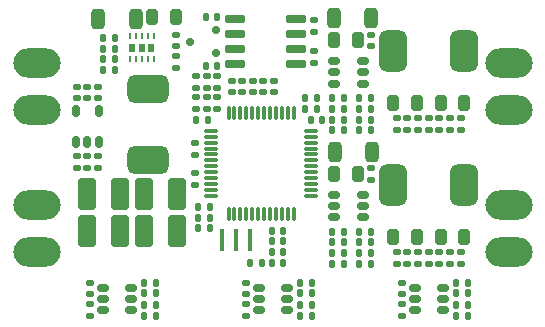
<source format=gbr>
%TF.GenerationSoftware,KiCad,Pcbnew,8.0.1*%
%TF.CreationDate,2024-04-03T15:04:07+02:00*%
%TF.ProjectId,shelfDriver_v1.0,7368656c-6644-4726-9976-65725f76312e,rev?*%
%TF.SameCoordinates,Original*%
%TF.FileFunction,Paste,Top*%
%TF.FilePolarity,Positive*%
%FSLAX46Y46*%
G04 Gerber Fmt 4.6, Leading zero omitted, Abs format (unit mm)*
G04 Created by KiCad (PCBNEW 8.0.1) date 2024-04-03 15:04:07*
%MOMM*%
%LPD*%
G01*
G04 APERTURE LIST*
G04 Aperture macros list*
%AMRoundRect*
0 Rectangle with rounded corners*
0 $1 Rounding radius*
0 $2 $3 $4 $5 $6 $7 $8 $9 X,Y pos of 4 corners*
0 Add a 4 corners polygon primitive as box body*
4,1,4,$2,$3,$4,$5,$6,$7,$8,$9,$2,$3,0*
0 Add four circle primitives for the rounded corners*
1,1,$1+$1,$2,$3*
1,1,$1+$1,$4,$5*
1,1,$1+$1,$6,$7*
1,1,$1+$1,$8,$9*
0 Add four rect primitives between the rounded corners*
20,1,$1+$1,$2,$3,$4,$5,0*
20,1,$1+$1,$4,$5,$6,$7,0*
20,1,$1+$1,$6,$7,$8,$9,0*
20,1,$1+$1,$8,$9,$2,$3,0*%
G04 Aperture macros list end*
%ADD10RoundRect,0.125000X-0.125000X-0.175000X0.125000X-0.175000X0.125000X0.175000X-0.125000X0.175000X0*%
%ADD11RoundRect,0.125000X-0.175000X0.125000X-0.175000X-0.125000X0.175000X-0.125000X0.175000X0.125000X0*%
%ADD12RoundRect,0.150000X-0.350000X-0.150000X0.350000X-0.150000X0.350000X0.150000X-0.350000X0.150000X0*%
%ADD13O,4.000000X2.500000*%
%ADD14RoundRect,0.125000X0.125000X0.175000X-0.125000X0.175000X-0.125000X-0.175000X0.125000X-0.175000X0*%
%ADD15RoundRect,0.287500X0.287500X0.562500X-0.287500X0.562500X-0.287500X-0.562500X0.287500X-0.562500X0*%
%ADD16RoundRect,0.125000X0.175000X-0.125000X0.175000X0.125000X-0.175000X0.125000X-0.175000X-0.125000X0*%
%ADD17RoundRect,0.347826X-0.452174X-1.002174X0.452174X-1.002174X0.452174X1.002174X-0.452174X1.002174X0*%
%ADD18RoundRect,0.347826X0.452174X1.002174X-0.452174X1.002174X-0.452174X-1.002174X0.452174X-1.002174X0*%
%ADD19RoundRect,0.250000X0.250000X0.425000X-0.250000X0.425000X-0.250000X-0.425000X0.250000X-0.425000X0*%
%ADD20RoundRect,0.250000X-0.250000X-0.425000X0.250000X-0.425000X0.250000X0.425000X-0.250000X0.425000X0*%
%ADD21RoundRect,0.150000X0.350000X0.150000X-0.350000X0.150000X-0.350000X-0.150000X0.350000X-0.150000X0*%
%ADD22RoundRect,0.150000X0.200000X0.150000X-0.200000X0.150000X-0.200000X-0.150000X0.200000X-0.150000X0*%
%ADD23RoundRect,0.150000X0.737500X0.150000X-0.737500X0.150000X-0.737500X-0.150000X0.737500X-0.150000X0*%
%ADD24RoundRect,0.587500X-1.162500X0.587500X-1.162500X-0.587500X1.162500X-0.587500X1.162500X0.587500X0*%
%ADD25R,0.610000X0.650000*%
%ADD26RoundRect,0.062500X-0.062500X0.187500X-0.062500X-0.187500X0.062500X-0.187500X0.062500X0.187500X0*%
%ADD27RoundRect,0.587500X-0.587500X-1.162500X0.587500X-1.162500X0.587500X1.162500X-0.587500X1.162500X0*%
%ADD28RoundRect,0.175000X0.175000X-0.325000X0.175000X0.325000X-0.175000X0.325000X-0.175000X-0.325000X0*%
%ADD29RoundRect,0.100000X0.100000X-0.850000X0.100000X0.850000X-0.100000X0.850000X-0.100000X-0.850000X0*%
%ADD30RoundRect,0.075000X0.075000X-0.525000X0.075000X0.525000X-0.075000X0.525000X-0.075000X-0.525000X0*%
%ADD31RoundRect,0.075000X0.525000X-0.075000X0.525000X0.075000X-0.525000X0.075000X-0.525000X-0.075000X0*%
G04 APERTURE END LIST*
D10*
%TO.C,R32*%
X134300000Y-82300000D03*
X135300000Y-82300000D03*
%TD*%
D11*
%TO.C,R48*%
X136500000Y-83500000D03*
X136500000Y-84500000D03*
%TD*%
D12*
%TO.C,U9*%
X152000000Y-101050000D03*
X152000000Y-102000000D03*
X152000000Y-102950000D03*
X154400000Y-102950000D03*
X154400000Y-102000000D03*
X154400000Y-101050000D03*
%TD*%
D11*
%TO.C,C43*%
X135300000Y-83100000D03*
X135300000Y-84100000D03*
%TD*%
D13*
%TO.C,PWR1*%
X120000000Y-82000000D03*
%TD*%
D11*
%TO.C,C38*%
X124300000Y-89901560D03*
X124300000Y-90901560D03*
%TD*%
D14*
%TO.C,R37*%
X143300000Y-100600000D03*
X142300000Y-100600000D03*
%TD*%
D15*
%TO.C,C15*%
X148350000Y-78201560D03*
X145200000Y-78201560D03*
%TD*%
D10*
%TO.C,R33*%
X129100000Y-103400000D03*
X130100000Y-103400000D03*
%TD*%
D16*
%TO.C,R29*%
X143500000Y-82000000D03*
X143500000Y-81000000D03*
%TD*%
D10*
%TO.C,R1*%
X147300000Y-87701560D03*
X148300000Y-87701560D03*
%TD*%
D13*
%TO.C,LED4*%
X160000000Y-98000000D03*
%TD*%
D14*
%TO.C,C10*%
X140900000Y-98000000D03*
X139900000Y-98000000D03*
%TD*%
D10*
%TO.C,C7*%
X142700000Y-85000000D03*
X143700000Y-85000000D03*
%TD*%
D11*
%TO.C,R19*%
X151400000Y-86701560D03*
X151400000Y-87701560D03*
%TD*%
D10*
%TO.C,R34*%
X142300000Y-103400000D03*
X143300000Y-103400000D03*
%TD*%
D16*
%TO.C,C1*%
X133500000Y-85900000D03*
X133500000Y-84900000D03*
%TD*%
D14*
%TO.C,C11*%
X140900000Y-97100000D03*
X139900000Y-97100000D03*
%TD*%
D11*
%TO.C,R18*%
X152300000Y-98001560D03*
X152300000Y-99001560D03*
%TD*%
%TO.C,R27*%
X131800000Y-79601560D03*
X131800000Y-80601560D03*
%TD*%
%TO.C,C46*%
X124500000Y-102400000D03*
X124500000Y-103400000D03*
%TD*%
D13*
%TO.C,COM2*%
X120000000Y-98000000D03*
%TD*%
D17*
%TO.C,C31*%
X129100000Y-93101560D03*
X131900000Y-93101560D03*
%TD*%
D18*
%TO.C,C34*%
X127100000Y-93101560D03*
X124300000Y-93101560D03*
%TD*%
D14*
%TO.C,R36*%
X130100000Y-100600000D03*
X129100000Y-100600000D03*
%TD*%
D17*
%TO.C,C32*%
X129100000Y-96201560D03*
X131900000Y-96201560D03*
%TD*%
D19*
%TO.C,C18*%
X147200000Y-91401560D03*
X145200000Y-91401560D03*
%TD*%
D11*
%TO.C,C44*%
X134400000Y-83100000D03*
X134400000Y-84100000D03*
%TD*%
D20*
%TO.C,C27*%
X154200000Y-85401560D03*
X156200000Y-85401560D03*
%TD*%
D16*
%TO.C,C2*%
X134400000Y-85900000D03*
X134400000Y-84900000D03*
%TD*%
D11*
%TO.C,R43*%
X139200000Y-83500000D03*
X139200000Y-84500000D03*
%TD*%
D10*
%TO.C,C23*%
X145000000Y-85001560D03*
X146000000Y-85001560D03*
%TD*%
%TO.C,R26*%
X125600000Y-79901560D03*
X126600000Y-79901560D03*
%TD*%
D19*
%TO.C,C25*%
X152200000Y-85401560D03*
X150200000Y-85401560D03*
%TD*%
D13*
%TO.C,LED1*%
X160000000Y-82000000D03*
%TD*%
D21*
%TO.C,U6*%
X147600000Y-95051560D03*
X147600000Y-94101560D03*
X147600000Y-93151560D03*
X145200000Y-93151560D03*
X145200000Y-94101560D03*
X145200000Y-95051560D03*
%TD*%
D10*
%TO.C,C30*%
X145000000Y-97201560D03*
X146000000Y-97201560D03*
%TD*%
D14*
%TO.C,R23*%
X126600000Y-82601560D03*
X125600000Y-82601560D03*
%TD*%
D11*
%TO.C,R12*%
X155000000Y-98001560D03*
X155000000Y-99001560D03*
%TD*%
%TO.C,R20*%
X151400000Y-98001560D03*
X151400000Y-99001560D03*
%TD*%
D10*
%TO.C,C51*%
X155500000Y-101500000D03*
X156500000Y-101500000D03*
%TD*%
D11*
%TO.C,R46*%
X133400000Y-91300000D03*
X133400000Y-92300000D03*
%TD*%
D15*
%TO.C,C16*%
X148375000Y-89501560D03*
X145225000Y-89501560D03*
%TD*%
D10*
%TO.C,C24*%
X145000000Y-96301560D03*
X146000000Y-96301560D03*
%TD*%
%TO.C,C22*%
X147300000Y-96301560D03*
X148300000Y-96301560D03*
%TD*%
D22*
%TO.C,D1*%
X135200000Y-81150000D03*
X135200000Y-79250000D03*
X133000000Y-80200000D03*
%TD*%
D14*
%TO.C,C6*%
X134700000Y-94200000D03*
X133700000Y-94200000D03*
%TD*%
D11*
%TO.C,R14*%
X154100000Y-98001560D03*
X154100000Y-99001560D03*
%TD*%
D23*
%TO.C,U3*%
X141962500Y-82105000D03*
X141962500Y-80835000D03*
X141962500Y-79565000D03*
X141962500Y-78295000D03*
X136837500Y-78295000D03*
X136837500Y-79565000D03*
X136837500Y-80835000D03*
X136837500Y-82105000D03*
%TD*%
D10*
%TO.C,C50*%
X142300000Y-101500000D03*
X143300000Y-101500000D03*
%TD*%
D11*
%TO.C,R11*%
X155000000Y-86701560D03*
X155000000Y-87701560D03*
%TD*%
%TO.C,R13*%
X154100000Y-86701560D03*
X154100000Y-87701560D03*
%TD*%
D10*
%TO.C,C53*%
X142300000Y-102500000D03*
X143300000Y-102500000D03*
%TD*%
%TO.C,R24*%
X125600000Y-81701560D03*
X126600000Y-81701560D03*
%TD*%
D11*
%TO.C,R21*%
X150500000Y-86701560D03*
X150500000Y-87701560D03*
%TD*%
D14*
%TO.C,R4*%
X148300000Y-97201560D03*
X147300000Y-97201560D03*
%TD*%
D11*
%TO.C,R41*%
X150900000Y-100600000D03*
X150900000Y-101600000D03*
%TD*%
D10*
%TO.C,C21*%
X147300000Y-85001560D03*
X148300000Y-85001560D03*
%TD*%
D24*
%TO.C,L3*%
X129400000Y-84176560D03*
X129400000Y-90226560D03*
%TD*%
D10*
%TO.C,R2*%
X147300000Y-99001560D03*
X148300000Y-99001560D03*
%TD*%
D19*
%TO.C,C28*%
X152200000Y-96701560D03*
X150200000Y-96701560D03*
%TD*%
D10*
%TO.C,C9*%
X143200000Y-86800000D03*
X144200000Y-86800000D03*
%TD*%
D11*
%TO.C,C13*%
X148300000Y-79601560D03*
X148300000Y-80601560D03*
%TD*%
D13*
%TO.C,COM1*%
X120000000Y-94000000D03*
%TD*%
D10*
%TO.C,R49*%
X133500000Y-86800000D03*
X134500000Y-86800000D03*
%TD*%
D15*
%TO.C,C36*%
X128375000Y-78301560D03*
X125225000Y-78301560D03*
%TD*%
D25*
%TO.C,U7*%
X129700000Y-80701560D03*
X128900000Y-80701560D03*
X128100000Y-80701560D03*
D26*
X129900000Y-79751560D03*
X129400000Y-79751560D03*
X128900000Y-79751560D03*
X128400000Y-79751560D03*
X127900000Y-79751560D03*
X127900000Y-81651560D03*
X128400000Y-81651560D03*
X128900000Y-81651560D03*
X129400000Y-81651560D03*
X129900000Y-81651560D03*
%TD*%
D19*
%TO.C,C17*%
X147200000Y-80101560D03*
X145200000Y-80101560D03*
%TD*%
D10*
%TO.C,R8*%
X145000000Y-98101560D03*
X146000000Y-98101560D03*
%TD*%
D11*
%TO.C,R40*%
X137700000Y-100600000D03*
X137700000Y-101600000D03*
%TD*%
%TO.C,C47*%
X137700000Y-102400000D03*
X137700000Y-103400000D03*
%TD*%
%TO.C,R15*%
X153200000Y-86701560D03*
X153200000Y-87701560D03*
%TD*%
%TO.C,R42*%
X140100000Y-83500000D03*
X140100000Y-84500000D03*
%TD*%
D10*
%TO.C,C49*%
X129100000Y-102500000D03*
X130100000Y-102500000D03*
%TD*%
D11*
%TO.C,R5*%
X155900000Y-86701560D03*
X155900000Y-87701560D03*
%TD*%
D10*
%TO.C,R7*%
X145000000Y-86801560D03*
X146000000Y-86801560D03*
%TD*%
D27*
%TO.C,L1*%
X150175000Y-81001560D03*
X156225000Y-81001560D03*
%TD*%
%TO.C,L2*%
X150175000Y-92301560D03*
X156225000Y-92301560D03*
%TD*%
D10*
%TO.C,C52*%
X129100000Y-101500000D03*
X130100000Y-101500000D03*
%TD*%
D14*
%TO.C,R3*%
X148300000Y-85901560D03*
X147300000Y-85901560D03*
%TD*%
D11*
%TO.C,R17*%
X152300000Y-86701560D03*
X152300000Y-87701560D03*
%TD*%
D14*
%TO.C,R10*%
X146000000Y-99001560D03*
X145000000Y-99001560D03*
%TD*%
%TO.C,R50*%
X139100000Y-98900000D03*
X138100000Y-98900000D03*
%TD*%
%TO.C,R38*%
X156500000Y-100600000D03*
X155500000Y-100600000D03*
%TD*%
D11*
%TO.C,R47*%
X133400000Y-88800000D03*
X133400000Y-89800000D03*
%TD*%
D14*
%TO.C,R51*%
X140900000Y-98900000D03*
X139900000Y-98900000D03*
%TD*%
D28*
%TO.C,U2*%
X123350000Y-88701560D03*
X124300000Y-88701560D03*
X125250000Y-88701560D03*
X125250000Y-86101560D03*
X123350000Y-86101560D03*
%TD*%
D16*
%TO.C,C40*%
X123400000Y-85001560D03*
X123400000Y-84001560D03*
%TD*%
D29*
%TO.C,Y1*%
X135700000Y-97000000D03*
X136900000Y-97000000D03*
X138100000Y-97000000D03*
%TD*%
D11*
%TO.C,R39*%
X124500000Y-100600000D03*
X124500000Y-101600000D03*
%TD*%
%TO.C,R22*%
X150500000Y-98001560D03*
X150500000Y-99001560D03*
%TD*%
D14*
%TO.C,C19*%
X148300000Y-86801560D03*
X147300000Y-86801560D03*
%TD*%
D11*
%TO.C,C37*%
X125200000Y-89901560D03*
X125200000Y-90901560D03*
%TD*%
%TO.C,R6*%
X155900000Y-98001560D03*
X155900000Y-99001560D03*
%TD*%
D10*
%TO.C,C29*%
X145000000Y-85901560D03*
X146000000Y-85901560D03*
%TD*%
D16*
%TO.C,C41*%
X125200000Y-85001560D03*
X125200000Y-84001560D03*
%TD*%
D10*
%TO.C,C54*%
X155500000Y-102500000D03*
X156500000Y-102500000D03*
%TD*%
D14*
%TO.C,C12*%
X140900000Y-96200000D03*
X139900000Y-96200000D03*
%TD*%
D13*
%TO.C,LED3*%
X160000000Y-94000000D03*
%TD*%
D14*
%TO.C,C4*%
X134700000Y-96000000D03*
X133700000Y-96000000D03*
%TD*%
D20*
%TO.C,C26*%
X154200000Y-96701560D03*
X156200000Y-96701560D03*
%TD*%
D18*
%TO.C,C33*%
X127100000Y-96201560D03*
X124300000Y-96201560D03*
%TD*%
D21*
%TO.C,U5*%
X147600000Y-83751560D03*
X147600000Y-82801560D03*
X147600000Y-81851560D03*
X145200000Y-81851560D03*
X145200000Y-82801560D03*
X145200000Y-83751560D03*
%TD*%
D14*
%TO.C,R25*%
X126600000Y-80801560D03*
X125600000Y-80801560D03*
%TD*%
D11*
%TO.C,R45*%
X137400000Y-83500000D03*
X137400000Y-84500000D03*
%TD*%
%TO.C,R28*%
X131800000Y-81401560D03*
X131800000Y-82401560D03*
%TD*%
D16*
%TO.C,C3*%
X135300000Y-85900000D03*
X135300000Y-84900000D03*
%TD*%
D12*
%TO.C,U4*%
X125600000Y-101050000D03*
X125600000Y-102000000D03*
X125600000Y-102950000D03*
X128000000Y-102950000D03*
X128000000Y-102000000D03*
X128000000Y-101050000D03*
%TD*%
D11*
%TO.C,R16*%
X153200000Y-98001560D03*
X153200000Y-99001560D03*
%TD*%
%TO.C,C14*%
X148300000Y-90901560D03*
X148300000Y-91901560D03*
%TD*%
%TO.C,R44*%
X138300000Y-83500000D03*
X138300000Y-84500000D03*
%TD*%
D16*
%TO.C,C42*%
X124300000Y-85001560D03*
X124300000Y-84001560D03*
%TD*%
D10*
%TO.C,R35*%
X155500000Y-103400000D03*
X156500000Y-103400000D03*
%TD*%
D11*
%TO.C,C39*%
X123400000Y-89901560D03*
X123400000Y-90901560D03*
%TD*%
D10*
%TO.C,R31*%
X134300000Y-78100000D03*
X135300000Y-78100000D03*
%TD*%
D12*
%TO.C,U8*%
X138800000Y-101050000D03*
X138800000Y-102000000D03*
X138800000Y-102950000D03*
X141200000Y-102950000D03*
X141200000Y-102000000D03*
X141200000Y-101050000D03*
%TD*%
D11*
%TO.C,C48*%
X150900000Y-102400000D03*
X150900000Y-103400000D03*
%TD*%
%TO.C,R30*%
X143500000Y-78400000D03*
X143500000Y-79400000D03*
%TD*%
D14*
%TO.C,C5*%
X134700000Y-95100000D03*
X133700000Y-95100000D03*
%TD*%
D11*
%TO.C,C45*%
X133500000Y-83100000D03*
X133500000Y-84100000D03*
%TD*%
D10*
%TO.C,C8*%
X142700000Y-85900000D03*
X143700000Y-85900000D03*
%TD*%
D30*
%TO.C,U1*%
X136250000Y-94750000D03*
X136750000Y-94750000D03*
X137250000Y-94750000D03*
X137750000Y-94750000D03*
X138250000Y-94750000D03*
X138750000Y-94750000D03*
X139250000Y-94750000D03*
X139750000Y-94750000D03*
X140250000Y-94750000D03*
X140750000Y-94750000D03*
X141250000Y-94750000D03*
X141750000Y-94750000D03*
D31*
X143250000Y-93250000D03*
X143250000Y-92750000D03*
X143250000Y-92250000D03*
X143250000Y-91750000D03*
X143250000Y-91250000D03*
X143250000Y-90750000D03*
X143250000Y-90250000D03*
X143250000Y-89750000D03*
X143250000Y-89250000D03*
X143250000Y-88750000D03*
X143250000Y-88250000D03*
X143250000Y-87750000D03*
D30*
X141750000Y-86250000D03*
X141250000Y-86250000D03*
X140750000Y-86250000D03*
X140250000Y-86250000D03*
X139750000Y-86250000D03*
X139250000Y-86250000D03*
X138750000Y-86250000D03*
X138250000Y-86250000D03*
X137750000Y-86250000D03*
X137250000Y-86250000D03*
X136750000Y-86250000D03*
X136250000Y-86250000D03*
D31*
X134750000Y-87750000D03*
X134750000Y-88250000D03*
X134750000Y-88750000D03*
X134750000Y-89250000D03*
X134750000Y-89750000D03*
X134750000Y-90250000D03*
X134750000Y-90750000D03*
X134750000Y-91250000D03*
X134750000Y-91750000D03*
X134750000Y-92250000D03*
X134750000Y-92750000D03*
X134750000Y-93250000D03*
%TD*%
D13*
%TO.C,PWR2*%
X120000000Y-86000000D03*
%TD*%
D14*
%TO.C,R9*%
X146000000Y-87701560D03*
X145000000Y-87701560D03*
%TD*%
D20*
%TO.C,C35*%
X129800000Y-78101560D03*
X131800000Y-78101560D03*
%TD*%
D14*
%TO.C,C20*%
X148300000Y-98101560D03*
X147300000Y-98101560D03*
%TD*%
D13*
%TO.C,LED2*%
X160000000Y-86000000D03*
%TD*%
M02*

</source>
